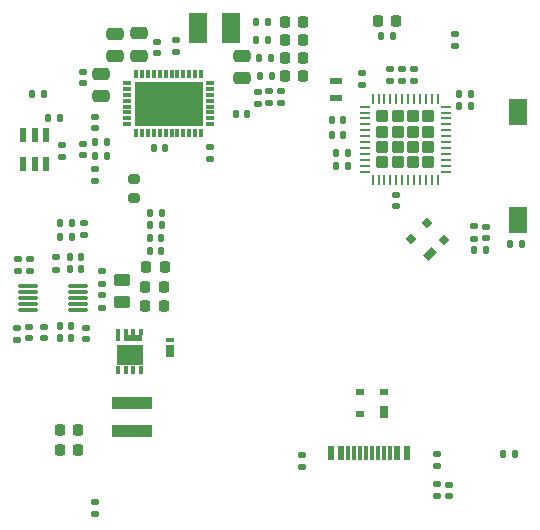
<source format=gbr>
G04 #@! TF.GenerationSoftware,KiCad,Pcbnew,8.0.8*
G04 #@! TF.CreationDate,2025-02-05T10:03:22-05:00*
G04 #@! TF.ProjectId,RW_board,52575f62-6f61-4726-942e-6b696361645f,rev?*
G04 #@! TF.SameCoordinates,Original*
G04 #@! TF.FileFunction,Paste,Top*
G04 #@! TF.FilePolarity,Positive*
%FSLAX46Y46*%
G04 Gerber Fmt 4.6, Leading zero omitted, Abs format (unit mm)*
G04 Created by KiCad (PCBNEW 8.0.8) date 2025-02-05 10:03:22*
%MOMM*%
%LPD*%
G01*
G04 APERTURE LIST*
G04 Aperture macros list*
%AMRoundRect*
0 Rectangle with rounded corners*
0 $1 Rounding radius*
0 $2 $3 $4 $5 $6 $7 $8 $9 X,Y pos of 4 corners*
0 Add a 4 corners polygon primitive as box body*
4,1,4,$2,$3,$4,$5,$6,$7,$8,$9,$2,$3,0*
0 Add four circle primitives for the rounded corners*
1,1,$1+$1,$2,$3*
1,1,$1+$1,$4,$5*
1,1,$1+$1,$6,$7*
1,1,$1+$1,$8,$9*
0 Add four rect primitives between the rounded corners*
20,1,$1+$1,$2,$3,$4,$5,0*
20,1,$1+$1,$4,$5,$6,$7,0*
20,1,$1+$1,$6,$7,$8,$9,0*
20,1,$1+$1,$8,$9,$2,$3,0*%
%AMRotRect*
0 Rectangle, with rotation*
0 The origin of the aperture is its center*
0 $1 length*
0 $2 width*
0 $3 Rotation angle, in degrees counterclockwise*
0 Add horizontal line*
21,1,$1,$2,0,0,$3*%
G04 Aperture macros list end*
%ADD10RoundRect,0.135000X-0.135000X-0.185000X0.135000X-0.185000X0.135000X0.185000X-0.135000X0.185000X0*%
%ADD11RoundRect,0.140000X0.140000X0.170000X-0.140000X0.170000X-0.140000X-0.170000X0.140000X-0.170000X0*%
%ADD12RoundRect,0.135000X0.185000X-0.135000X0.185000X0.135000X-0.185000X0.135000X-0.185000X-0.135000X0*%
%ADD13RoundRect,0.135000X0.135000X0.185000X-0.135000X0.185000X-0.135000X-0.185000X0.135000X-0.185000X0*%
%ADD14RoundRect,0.140000X-0.140000X-0.170000X0.140000X-0.170000X0.140000X0.170000X-0.140000X0.170000X0*%
%ADD15RoundRect,0.225000X-0.225000X-0.250000X0.225000X-0.250000X0.225000X0.250000X-0.225000X0.250000X0*%
%ADD16R,1.600000X2.180000*%
%ADD17RoundRect,0.135000X-0.185000X0.135000X-0.185000X-0.135000X0.185000X-0.135000X0.185000X0.135000X0*%
%ADD18RoundRect,0.140000X0.170000X-0.140000X0.170000X0.140000X-0.170000X0.140000X-0.170000X-0.140000X0*%
%ADD19RoundRect,0.225000X0.225000X0.250000X-0.225000X0.250000X-0.225000X-0.250000X0.225000X-0.250000X0*%
%ADD20RotRect,0.700000X1.000000X135.000000*%
%ADD21RotRect,0.600000X0.700000X45.000000*%
%ADD22RoundRect,0.140000X-0.170000X0.140000X-0.170000X-0.140000X0.170000X-0.140000X0.170000X0.140000X0*%
%ADD23RoundRect,0.250000X-0.475000X0.250000X-0.475000X-0.250000X0.475000X-0.250000X0.475000X0.250000X0*%
%ADD24R,3.400000X0.980000*%
%ADD25R,1.650000X2.600000*%
%ADD26RoundRect,0.250000X-0.270000X-0.270000X0.270000X-0.270000X0.270000X0.270000X-0.270000X0.270000X0*%
%ADD27RoundRect,0.062500X-0.375000X-0.062500X0.375000X-0.062500X0.375000X0.062500X-0.375000X0.062500X0*%
%ADD28RoundRect,0.062500X-0.062500X-0.375000X0.062500X-0.375000X0.062500X0.375000X-0.062500X0.375000X0*%
%ADD29R,0.700000X1.000000*%
%ADD30R,0.700000X0.600000*%
%ADD31RoundRect,0.218750X0.218750X0.256250X-0.218750X0.256250X-0.218750X-0.256250X0.218750X-0.256250X0*%
%ADD32R,0.600000X1.250000*%
%ADD33R,0.340000X0.500000*%
%ADD34R,0.340000X1.000000*%
%ADD35R,0.340000X0.800000*%
%ADD36R,1.640000X0.600000*%
%ADD37R,2.290000X1.710000*%
%ADD38RoundRect,0.250000X0.475000X-0.250000X0.475000X0.250000X-0.475000X0.250000X-0.475000X-0.250000X0*%
%ADD39R,1.100000X0.600000*%
%ADD40R,0.690000X0.385000*%
%ADD41R,0.690000X1.035000*%
%ADD42RoundRect,0.250000X-0.450000X0.262500X-0.450000X-0.262500X0.450000X-0.262500X0.450000X0.262500X0*%
%ADD43R,0.300000X0.800000*%
%ADD44R,0.800000X0.300000*%
%ADD45R,5.800000X3.800000*%
%ADD46RoundRect,0.200000X-0.275000X0.200000X-0.275000X-0.200000X0.275000X-0.200000X0.275000X0.200000X0*%
%ADD47RoundRect,0.087500X0.725000X0.087500X-0.725000X0.087500X-0.725000X-0.087500X0.725000X-0.087500X0*%
%ADD48R,0.600000X1.150000*%
%ADD49R,0.300000X1.150000*%
G04 APERTURE END LIST*
D10*
X154430000Y-89154000D03*
X155450000Y-89154000D03*
D11*
X165834000Y-84198500D03*
X164874000Y-84198500D03*
D10*
X169160000Y-96901000D03*
X170180000Y-96901000D03*
X131011200Y-96266000D03*
X132031200Y-96266000D03*
D12*
X151500000Y-115760000D03*
X151500000Y-114740000D03*
D10*
X147616000Y-78105000D03*
X148636000Y-78105000D03*
D11*
X132866800Y-98029000D03*
X131906800Y-98029000D03*
D13*
X139657000Y-94279000D03*
X138637000Y-94279000D03*
D14*
X145925600Y-85852000D03*
X146885600Y-85852000D03*
D15*
X138290000Y-100487000D03*
X139840000Y-100487000D03*
D16*
X169799000Y-85707000D03*
X169799000Y-94887000D03*
D17*
X149733000Y-83945000D03*
X149733000Y-84965000D03*
D12*
X128524000Y-99189000D03*
X128524000Y-98169000D03*
D18*
X132969000Y-89380000D03*
X132969000Y-88420000D03*
D19*
X132601000Y-112649000D03*
X131051000Y-112649000D03*
D14*
X139020000Y-88750000D03*
X139980000Y-88750000D03*
D10*
X147626000Y-79629000D03*
X148646000Y-79629000D03*
D20*
X162355777Y-97757437D03*
D21*
X163557858Y-96555355D03*
X162143645Y-95141142D03*
X160800142Y-96484645D03*
D22*
X133248400Y-103964800D03*
X133248400Y-104924800D03*
D17*
X134620000Y-101247000D03*
X134620000Y-102267000D03*
D22*
X133985000Y-90579000D03*
X133985000Y-91539000D03*
X160020000Y-82085000D03*
X160020000Y-83045000D03*
D11*
X131036000Y-86233000D03*
X130076000Y-86233000D03*
D18*
X133985000Y-87094000D03*
X133985000Y-86134000D03*
D12*
X159004000Y-83075000D03*
X159004000Y-82055000D03*
X163000000Y-118260000D03*
X163000000Y-117240000D03*
D11*
X132864800Y-99045000D03*
X131904800Y-99045000D03*
D23*
X146496039Y-80932750D03*
X146496039Y-82832750D03*
D24*
X137160000Y-112691000D03*
X137160000Y-110321000D03*
D10*
X147893322Y-81157909D03*
X148913322Y-81157909D03*
D13*
X135003000Y-88265000D03*
X133983000Y-88265000D03*
D22*
X128397000Y-103914000D03*
X128397000Y-104874000D03*
D23*
X134493000Y-82489000D03*
X134493000Y-84389000D03*
D10*
X168527000Y-114681000D03*
X169547000Y-114681000D03*
D25*
X142745000Y-78587600D03*
X145545000Y-78587600D03*
D26*
X158339000Y-86076000D03*
X158339000Y-87366000D03*
X158339000Y-88656000D03*
X158339000Y-89946000D03*
X159629000Y-86076000D03*
X159629000Y-87366000D03*
X159629000Y-88656000D03*
X159629000Y-89946000D03*
X160919000Y-86076000D03*
X160919000Y-87366000D03*
X160919000Y-88656000D03*
X160919000Y-89946000D03*
X162209000Y-86076000D03*
X162209000Y-87366000D03*
X162209000Y-88656000D03*
X162209000Y-89946000D03*
D27*
X156836500Y-85261000D03*
X156836500Y-85761000D03*
X156836500Y-86261000D03*
X156836500Y-86761000D03*
X156836500Y-87261000D03*
X156836500Y-87761000D03*
X156836500Y-88261000D03*
X156836500Y-88761000D03*
X156836500Y-89261000D03*
X156836500Y-89761000D03*
X156836500Y-90261000D03*
X156836500Y-90761000D03*
D28*
X157524000Y-91448500D03*
X158024000Y-91448500D03*
X158524000Y-91448500D03*
X159024000Y-91448500D03*
X159524000Y-91448500D03*
X160024000Y-91448500D03*
X160524000Y-91448500D03*
X161024000Y-91448500D03*
X161524000Y-91448500D03*
X162024000Y-91448500D03*
X162524000Y-91448500D03*
X163024000Y-91448500D03*
D27*
X163711500Y-90761000D03*
X163711500Y-90261000D03*
X163711500Y-89761000D03*
X163711500Y-89261000D03*
X163711500Y-88761000D03*
X163711500Y-88261000D03*
X163711500Y-87761000D03*
X163711500Y-87261000D03*
X163711500Y-86761000D03*
X163711500Y-86261000D03*
X163711500Y-85761000D03*
X163711500Y-85261000D03*
D28*
X163024000Y-84573500D03*
X162524000Y-84573500D03*
X162024000Y-84573500D03*
X161524000Y-84573500D03*
X161024000Y-84573500D03*
X160524000Y-84573500D03*
X160024000Y-84573500D03*
X159524000Y-84573500D03*
X159024000Y-84573500D03*
X158524000Y-84573500D03*
X158024000Y-84573500D03*
X157524000Y-84573500D03*
D18*
X140843000Y-80617000D03*
X140843000Y-79657000D03*
D17*
X134620000Y-99215000D03*
X134620000Y-100235000D03*
D29*
X158480000Y-111113000D03*
D30*
X158480000Y-109413000D03*
X156480000Y-109413000D03*
X156480000Y-111313000D03*
D13*
X135003000Y-89408000D03*
X133983000Y-89408000D03*
X132031200Y-95123000D03*
X131011200Y-95123000D03*
D31*
X151638000Y-81153000D03*
X150063000Y-81153000D03*
X151663500Y-79629000D03*
X150088500Y-79629000D03*
D32*
X129855000Y-87650000D03*
X128905000Y-87650000D03*
X127955000Y-87650000D03*
X127955000Y-90150000D03*
X128905000Y-90150000D03*
X129855000Y-90150000D03*
D33*
X137922000Y-104319000D03*
X137272000Y-104319000D03*
X136622000Y-104319000D03*
D34*
X135972000Y-104569000D03*
D35*
X135972000Y-107569000D03*
X136622000Y-107569000D03*
X137272000Y-107569000D03*
X137922000Y-107569000D03*
D36*
X137272000Y-104869000D03*
D37*
X136947000Y-106314000D03*
D31*
X159537500Y-77978000D03*
X157962500Y-77978000D03*
X151663500Y-82677000D03*
X150088500Y-82677000D03*
X151663500Y-78105000D03*
X150088500Y-78105000D03*
D38*
X135737600Y-80966000D03*
X135737600Y-79066000D03*
D22*
X167086000Y-95433000D03*
X167086000Y-96393000D03*
D19*
X132601000Y-114300000D03*
X131051000Y-114300000D03*
D12*
X143764000Y-89664000D03*
X143764000Y-88644000D03*
D39*
X154432000Y-83120000D03*
X154432000Y-84520000D03*
D14*
X154079000Y-86360000D03*
X155039000Y-86360000D03*
D17*
X147782596Y-84012793D03*
X147782596Y-85032793D03*
X164465000Y-79119000D03*
X164465000Y-80139000D03*
D10*
X138637000Y-95295000D03*
X139657000Y-95295000D03*
D18*
X159524000Y-93678500D03*
X159524000Y-92718500D03*
D17*
X127381000Y-104011000D03*
X127381000Y-105031000D03*
D40*
X140335000Y-105006000D03*
D41*
X140335000Y-105918000D03*
D22*
X161036000Y-82085000D03*
X161036000Y-83045000D03*
D42*
X136271000Y-99955500D03*
X136271000Y-101780500D03*
D10*
X147952816Y-82645258D03*
X148972816Y-82645258D03*
D22*
X139250000Y-79770000D03*
X139250000Y-80730000D03*
D13*
X167096000Y-97413000D03*
X166076000Y-97413000D03*
D17*
X148717000Y-83945000D03*
X148717000Y-84965000D03*
D14*
X138652000Y-96361000D03*
X139612000Y-96361000D03*
D11*
X165834000Y-85198500D03*
X164874000Y-85198500D03*
D18*
X164000000Y-118230000D03*
X164000000Y-117270000D03*
D13*
X159260000Y-79248000D03*
X158240000Y-79248000D03*
D15*
X138290000Y-102108000D03*
X139840000Y-102108000D03*
D10*
X154430000Y-90297000D03*
X155450000Y-90297000D03*
D12*
X133985000Y-119763000D03*
X133985000Y-118743000D03*
D10*
X128649000Y-84201000D03*
X129669000Y-84201000D03*
D43*
X143000000Y-82500000D03*
X142500000Y-82500000D03*
X142000000Y-82500000D03*
X141500000Y-82500000D03*
X141000000Y-82500000D03*
X140500000Y-82500000D03*
X140000000Y-82500000D03*
X139500000Y-82500000D03*
X139000000Y-82500000D03*
X138500000Y-82500000D03*
X138000000Y-82500000D03*
X137500000Y-82500000D03*
D44*
X136750000Y-83250000D03*
X136750000Y-83750000D03*
X136750000Y-84250000D03*
X136750000Y-84750000D03*
X136750000Y-85250000D03*
X136750000Y-85750000D03*
X136750000Y-86250000D03*
X136750000Y-86750000D03*
D43*
X137500000Y-87500000D03*
X138000000Y-87500000D03*
X138500000Y-87500000D03*
X139000000Y-87500000D03*
X139500000Y-87500000D03*
X140000000Y-87500000D03*
X140500000Y-87500000D03*
X141000000Y-87500000D03*
X141500000Y-87500000D03*
X142000000Y-87500000D03*
X142500000Y-87500000D03*
X143000000Y-87500000D03*
D44*
X143750000Y-86750000D03*
X143750000Y-86250000D03*
X143750000Y-85750000D03*
X143750000Y-85250000D03*
X143750000Y-84750000D03*
X143750000Y-84250000D03*
X143750000Y-83750000D03*
X143750000Y-83250000D03*
D45*
X140250000Y-85000000D03*
D46*
X137287000Y-91377000D03*
X137287000Y-93027000D03*
D11*
X131970000Y-104887000D03*
X131010000Y-104887000D03*
D47*
X132586500Y-102458000D03*
X132586500Y-101958000D03*
X132586500Y-101458000D03*
X132586500Y-100958000D03*
X132586500Y-100458000D03*
X128361500Y-100458000D03*
X128361500Y-100958000D03*
X128361500Y-101458000D03*
X128361500Y-101958000D03*
X128361500Y-102458000D03*
D22*
X129667000Y-103914000D03*
X129667000Y-104874000D03*
D15*
X138372000Y-98851000D03*
X139922000Y-98851000D03*
D22*
X132969000Y-82324000D03*
X132969000Y-83284000D03*
D17*
X133045200Y-95146400D03*
X133045200Y-96166400D03*
D38*
X137731000Y-80960000D03*
X137731000Y-79060000D03*
D17*
X130735800Y-98027000D03*
X130735800Y-99047000D03*
D12*
X166086000Y-96423000D03*
X166086000Y-95403000D03*
X162941000Y-115699000D03*
X162941000Y-114679000D03*
D11*
X131970000Y-103871000D03*
X131010000Y-103871000D03*
D18*
X131191000Y-89507000D03*
X131191000Y-88547000D03*
D48*
X154026000Y-114625000D03*
X154826000Y-114625000D03*
D49*
X155976000Y-114625000D03*
X156976000Y-114625000D03*
X157476000Y-114625000D03*
X158476000Y-114625000D03*
D48*
X160426000Y-114625000D03*
X159626000Y-114625000D03*
D49*
X158976000Y-114625000D03*
X157976000Y-114625000D03*
X156476000Y-114625000D03*
X155476000Y-114625000D03*
D14*
X154079000Y-87680800D03*
X155039000Y-87680800D03*
X138667000Y-97454000D03*
X139627000Y-97454000D03*
D17*
X127508000Y-98169000D03*
X127508000Y-99189000D03*
D22*
X156591000Y-82451000D03*
X156591000Y-83411000D03*
M02*

</source>
